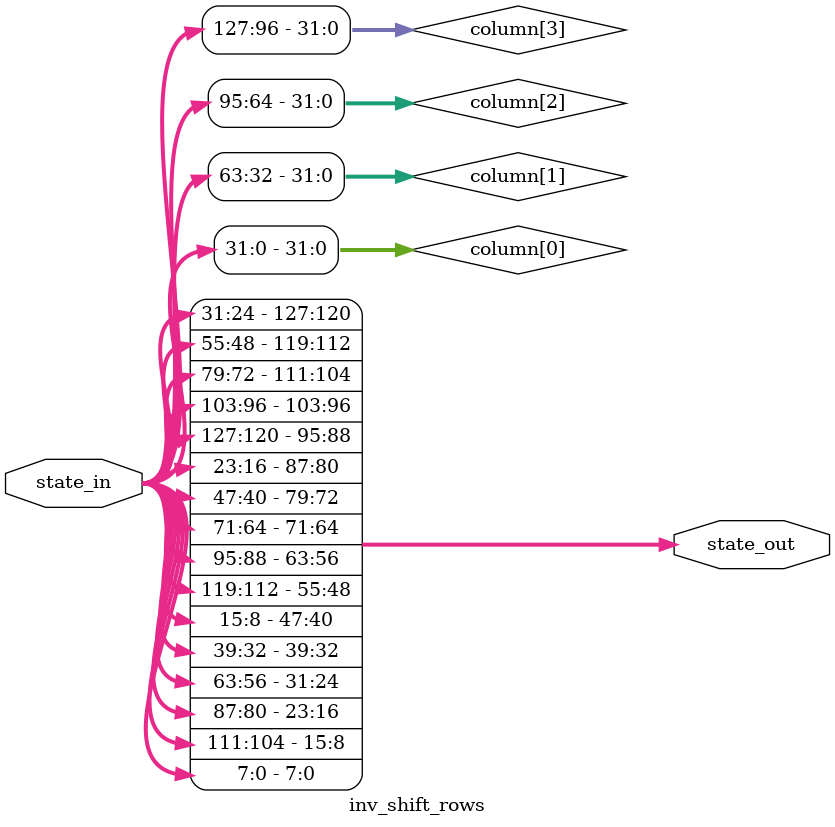
<source format=sv>
module inv_shift_rows (
    input logic [127:0] state_in,
    output logic [127:0] state_out
);
    // Variables temporales para cada fila de la matriz 4x4
    logic [31:0] column [0:3];

    always_comb begin
        // Dividir el estado en columnas de 32 bits (4 bytes por columna)
        column[0] = state_in[31:0];
        column[1] = state_in[63:32];
        column[2] = state_in[95:64];
        column[3] = state_in[127:96];

        state_out[31:0] = { 
            column[1][31:24], column[2][23:16], column[3][15:8], column[0][7:0] 
        }; 
        state_out[63:32] = { 
            column[2][31:24], column[3][23:16], column[0][15:8], column[1][7:0] 
        }; 
        state_out[95:64] = { 
            column[3][31:24], column[0][23:16], column[1][15:8], column[2][7:0] 
        }; 
        state_out[127:96] = { 
            column[0][31:24], column[1][23:16], column[2][15:8], column[3][7:0] 
        }; 
    end
endmodule

</source>
